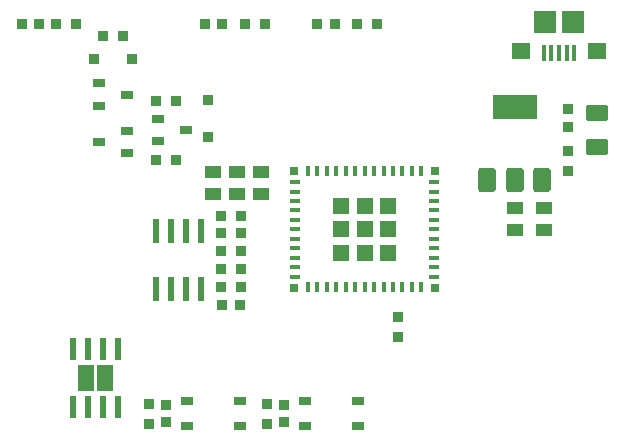
<source format=gtp>
G04*
G04 #@! TF.GenerationSoftware,Altium Limited,Altium Designer,23.4.1 (23)*
G04*
G04 Layer_Color=8421504*
%FSLAX44Y44*%
%MOMM*%
G71*
G04*
G04 #@! TF.SameCoordinates,9FFFCCE3-57C6-44D0-9ABF-11A32D4D8937*
G04*
G04*
G04 #@! TF.FilePolarity,Positive*
G04*
G01*
G75*
%ADD20R,1.4478X1.4478*%
%ADD21R,0.7112X0.7112*%
%ADD22R,0.4064X0.8128*%
%ADD23R,0.8128X0.4064*%
G04:AMPARAMS|DCode=24|XSize=0.9mm|YSize=0.8mm|CornerRadius=0.06mm|HoleSize=0mm|Usage=FLASHONLY|Rotation=90.000|XOffset=0mm|YOffset=0mm|HoleType=Round|Shape=RoundedRectangle|*
%AMROUNDEDRECTD24*
21,1,0.9000,0.6800,0,0,90.0*
21,1,0.7800,0.8000,0,0,90.0*
1,1,0.1200,0.3400,0.3900*
1,1,0.1200,0.3400,-0.3900*
1,1,0.1200,-0.3400,-0.3900*
1,1,0.1200,-0.3400,0.3900*
%
%ADD24ROUNDEDRECTD24*%
G04:AMPARAMS|DCode=25|XSize=1.34mm|YSize=1.8mm|CornerRadius=0.067mm|HoleSize=0mm|Usage=FLASHONLY|Rotation=90.000|XOffset=0mm|YOffset=0mm|HoleType=Round|Shape=RoundedRectangle|*
%AMROUNDEDRECTD25*
21,1,1.3400,1.6660,0,0,90.0*
21,1,1.2060,1.8000,0,0,90.0*
1,1,0.1340,0.8330,0.6030*
1,1,0.1340,0.8330,-0.6030*
1,1,0.1340,-0.8330,-0.6030*
1,1,0.1340,-0.8330,0.6030*
%
%ADD25ROUNDEDRECTD25*%
G04:AMPARAMS|DCode=26|XSize=1.5mm|YSize=2mm|CornerRadius=0.1875mm|HoleSize=0mm|Usage=FLASHONLY|Rotation=0.000|XOffset=0mm|YOffset=0mm|HoleType=Round|Shape=RoundedRectangle|*
%AMROUNDEDRECTD26*
21,1,1.5000,1.6250,0,0,0.0*
21,1,1.1250,2.0000,0,0,0.0*
1,1,0.3750,0.5625,-0.8125*
1,1,0.3750,-0.5625,-0.8125*
1,1,0.3750,-0.5625,0.8125*
1,1,0.3750,0.5625,0.8125*
%
%ADD26ROUNDEDRECTD26*%
G04:AMPARAMS|DCode=27|XSize=3.8mm|YSize=2mm|CornerRadius=0.05mm|HoleSize=0mm|Usage=FLASHONLY|Rotation=0.000|XOffset=0mm|YOffset=0mm|HoleType=Round|Shape=RoundedRectangle|*
%AMROUNDEDRECTD27*
21,1,3.8000,1.9000,0,0,0.0*
21,1,3.7000,2.0000,0,0,0.0*
1,1,0.1000,1.8500,-0.9500*
1,1,0.1000,-1.8500,-0.9500*
1,1,0.1000,-1.8500,0.9500*
1,1,0.1000,1.8500,0.9500*
%
%ADD27ROUNDEDRECTD27*%
G04:AMPARAMS|DCode=28|XSize=0.8mm|YSize=0.9mm|CornerRadius=0.06mm|HoleSize=0mm|Usage=FLASHONLY|Rotation=90.000|XOffset=0mm|YOffset=0mm|HoleType=Round|Shape=RoundedRectangle|*
%AMROUNDEDRECTD28*
21,1,0.8000,0.7800,0,0,90.0*
21,1,0.6800,0.9000,0,0,90.0*
1,1,0.1200,0.3900,0.3400*
1,1,0.1200,0.3900,-0.3400*
1,1,0.1200,-0.3900,-0.3400*
1,1,0.1200,-0.3900,0.3400*
%
%ADD28ROUNDEDRECTD28*%
G04:AMPARAMS|DCode=29|XSize=0.9mm|YSize=0.8mm|CornerRadius=0.06mm|HoleSize=0mm|Usage=FLASHONLY|Rotation=0.000|XOffset=0mm|YOffset=0mm|HoleType=Round|Shape=RoundedRectangle|*
%AMROUNDEDRECTD29*
21,1,0.9000,0.6800,0,0,0.0*
21,1,0.7800,0.8000,0,0,0.0*
1,1,0.1200,0.3900,-0.3400*
1,1,0.1200,-0.3900,-0.3400*
1,1,0.1200,-0.3900,0.3400*
1,1,0.1200,0.3900,0.3400*
%
%ADD29ROUNDEDRECTD29*%
G04:AMPARAMS|DCode=30|XSize=0.95mm|YSize=1.4mm|CornerRadius=0.0712mm|HoleSize=0mm|Usage=FLASHONLY|Rotation=270.000|XOffset=0mm|YOffset=0mm|HoleType=Round|Shape=RoundedRectangle|*
%AMROUNDEDRECTD30*
21,1,0.9500,1.2575,0,0,270.0*
21,1,0.8075,1.4000,0,0,270.0*
1,1,0.1425,-0.6288,-0.4037*
1,1,0.1425,-0.6288,0.4037*
1,1,0.1425,0.6288,0.4037*
1,1,0.1425,0.6288,-0.4037*
%
%ADD30ROUNDEDRECTD30*%
G04:AMPARAMS|DCode=31|XSize=0.6mm|YSize=1.05mm|CornerRadius=0.045mm|HoleSize=0mm|Usage=FLASHONLY|Rotation=270.000|XOffset=0mm|YOffset=0mm|HoleType=Round|Shape=RoundedRectangle|*
%AMROUNDEDRECTD31*
21,1,0.6000,0.9600,0,0,270.0*
21,1,0.5100,1.0500,0,0,270.0*
1,1,0.0900,-0.4800,-0.2550*
1,1,0.0900,-0.4800,0.2550*
1,1,0.0900,0.4800,0.2550*
1,1,0.0900,0.4800,-0.2550*
%
%ADD31ROUNDEDRECTD31*%
%ADD32R,0.9000X0.9500*%
%ADD33R,0.9500X0.9000*%
G04:AMPARAMS|DCode=34|XSize=0.8mm|YSize=0.9mm|CornerRadius=0.06mm|HoleSize=0mm|Usage=FLASHONLY|Rotation=180.000|XOffset=0mm|YOffset=0mm|HoleType=Round|Shape=RoundedRectangle|*
%AMROUNDEDRECTD34*
21,1,0.8000,0.7800,0,0,180.0*
21,1,0.6800,0.9000,0,0,180.0*
1,1,0.1200,-0.3400,0.3900*
1,1,0.1200,0.3400,0.3900*
1,1,0.1200,0.3400,-0.3900*
1,1,0.1200,-0.3400,-0.3900*
%
%ADD34ROUNDEDRECTD34*%
%ADD35R,0.4000X1.3500*%
%ADD36R,1.6000X1.4000*%
%ADD37R,1.9000X1.9000*%
%ADD38R,0.9906X0.7112*%
G04:AMPARAMS|DCode=39|XSize=0.5334mm|YSize=1.9812mm|CornerRadius=0.0667mm|HoleSize=0mm|Usage=FLASHONLY|Rotation=180.000|XOffset=0mm|YOffset=0mm|HoleType=Round|Shape=RoundedRectangle|*
%AMROUNDEDRECTD39*
21,1,0.5334,1.8479,0,0,180.0*
21,1,0.4001,1.9812,0,0,180.0*
1,1,0.1333,-0.2000,0.9239*
1,1,0.1333,0.2000,0.9239*
1,1,0.1333,0.2000,-0.9239*
1,1,0.1333,-0.2000,-0.9239*
%
%ADD39ROUNDEDRECTD39*%
%ADD40R,0.5334X1.9812*%
G36*
X94000Y49062D02*
Y70938D01*
X79998D01*
Y49062D01*
X94000D01*
D02*
G37*
G36*
X110002D02*
Y70938D01*
X96000D01*
Y49062D01*
X110002D01*
D02*
G37*
D20*
X323000Y205750D02*
D03*
X303250D02*
D03*
Y186000D02*
D03*
Y166250D02*
D03*
X323000D02*
D03*
X342750D02*
D03*
Y186000D02*
D03*
Y205750D02*
D03*
X323000Y186000D02*
D03*
D21*
X263500Y235500D02*
D03*
Y136500D02*
D03*
X382500D02*
D03*
Y235500D02*
D03*
D22*
X275000Y235000D02*
D03*
X283000D02*
D03*
X291000D02*
D03*
X299000D02*
D03*
X307000D02*
D03*
X315000D02*
D03*
X323000D02*
D03*
X331000D02*
D03*
X339000D02*
D03*
X347000D02*
D03*
X355000D02*
D03*
X363000D02*
D03*
X371000D02*
D03*
X371000Y137000D02*
D03*
X363000D02*
D03*
X355000D02*
D03*
X347000D02*
D03*
X339000D02*
D03*
X331000D02*
D03*
X323000D02*
D03*
X315000D02*
D03*
X307000D02*
D03*
X299000D02*
D03*
X291000D02*
D03*
X283000D02*
D03*
X275000D02*
D03*
D23*
X382000Y226000D02*
D03*
Y218000D02*
D03*
Y210000D02*
D03*
Y202000D02*
D03*
Y194000D02*
D03*
Y186000D02*
D03*
Y178000D02*
D03*
Y170000D02*
D03*
Y162000D02*
D03*
Y154000D02*
D03*
Y146000D02*
D03*
X264000D02*
D03*
Y154000D02*
D03*
Y162000D02*
D03*
Y170000D02*
D03*
Y178000D02*
D03*
Y186000D02*
D03*
Y194000D02*
D03*
Y202000D02*
D03*
Y210000D02*
D03*
Y218000D02*
D03*
Y226000D02*
D03*
D24*
X495000Y252000D02*
D03*
Y235000D02*
D03*
X240000Y21500D02*
D03*
Y38500D02*
D03*
X351000Y111500D02*
D03*
Y94500D02*
D03*
X140000Y38500D02*
D03*
Y21500D02*
D03*
D25*
X520000Y284300D02*
D03*
Y255700D02*
D03*
D26*
X473000Y228000D02*
D03*
X427000D02*
D03*
X450000D02*
D03*
D27*
Y290000D02*
D03*
D28*
X495000Y272500D02*
D03*
Y287500D02*
D03*
X155000Y22500D02*
D03*
Y37500D02*
D03*
X255000Y22500D02*
D03*
Y37500D02*
D03*
D29*
X163500Y245000D02*
D03*
X146500D02*
D03*
X101500Y350000D02*
D03*
X118500D02*
D03*
X221500Y360000D02*
D03*
X238500D02*
D03*
X316500D02*
D03*
X333500D02*
D03*
X218500Y137500D02*
D03*
X201500D02*
D03*
X218500Y197500D02*
D03*
X201500D02*
D03*
Y167500D02*
D03*
X218500D02*
D03*
X201500Y182500D02*
D03*
X218500D02*
D03*
X201500Y152500D02*
D03*
X218500D02*
D03*
X61500Y360000D02*
D03*
X78500D02*
D03*
X163500Y295000D02*
D03*
X146500D02*
D03*
D30*
X195000Y215750D02*
D03*
Y234250D02*
D03*
X215000Y215750D02*
D03*
Y234250D02*
D03*
X235000Y215750D02*
D03*
Y234250D02*
D03*
X450000Y185750D02*
D03*
Y204250D02*
D03*
X475000Y185750D02*
D03*
Y204250D02*
D03*
D31*
X98150Y260000D02*
D03*
X121850Y269500D02*
D03*
Y250500D02*
D03*
X148150Y279500D02*
D03*
Y260500D02*
D03*
X171850Y270000D02*
D03*
X98150Y309500D02*
D03*
Y290500D02*
D03*
X121850Y300000D02*
D03*
D32*
X125750Y330000D02*
D03*
X94250D02*
D03*
D33*
X190000Y295750D02*
D03*
Y264250D02*
D03*
D34*
X202500Y360000D02*
D03*
X187500D02*
D03*
X297500D02*
D03*
X282500D02*
D03*
X217500Y122000D02*
D03*
X202500D02*
D03*
X47500Y360000D02*
D03*
X32500D02*
D03*
D35*
X500500Y335000D02*
D03*
X494000D02*
D03*
X487500D02*
D03*
X481000D02*
D03*
X474500D02*
D03*
D36*
X519500Y337250D02*
D03*
X455500D02*
D03*
D37*
X499500Y361750D02*
D03*
X475500D02*
D03*
D38*
X272500Y40750D02*
D03*
X317500D02*
D03*
X272500Y19250D02*
D03*
X317500D02*
D03*
X172500Y40750D02*
D03*
X217500D02*
D03*
X172500Y19250D02*
D03*
X217500D02*
D03*
D39*
X171349Y184637D02*
D03*
X158649D02*
D03*
X145949D02*
D03*
X184049D02*
D03*
Y135361D02*
D03*
X171349D02*
D03*
X158649D02*
D03*
X145949D02*
D03*
D40*
X114050Y84638D02*
D03*
X101350D02*
D03*
X88650D02*
D03*
X75950D02*
D03*
Y35362D02*
D03*
X88650D02*
D03*
X101350D02*
D03*
X114050D02*
D03*
M02*

</source>
